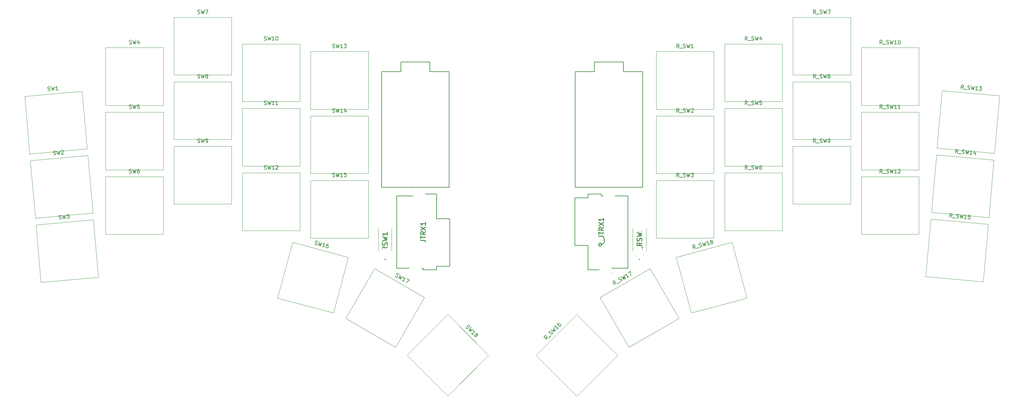
<source format=gto>
%TF.GenerationSoftware,KiCad,Pcbnew,5.1.9+dfsg1-1+deb11u1*%
%TF.CreationDate,2024-10-07T21:35:42-04:00*%
%TF.ProjectId,mu-kb,6d752d6b-622e-46b6-9963-61645f706362,rev?*%
%TF.SameCoordinates,Original*%
%TF.FileFunction,Legend,Top*%
%TF.FilePolarity,Positive*%
%FSLAX46Y46*%
G04 Gerber Fmt 4.6, Leading zero omitted, Abs format (unit mm)*
G04 Created by KiCad (PCBNEW 5.1.9+dfsg1-1+deb11u1) date 2024-10-07 21:35:42*
%MOMM*%
%LPD*%
G01*
G04 APERTURE LIST*
%ADD10C,0.100000*%
%ADD11C,0.200000*%
%ADD12C,0.120000*%
%ADD13C,0.150000*%
%ADD14C,0.254000*%
%ADD15C,2.400000*%
%ADD16C,1.300000*%
%ADD17R,1.300000X1.300000*%
%ADD18R,1.500000X2.300000*%
%ADD19C,3.050000*%
%ADD20C,3.400000*%
%ADD21C,1.900000*%
%ADD22R,1.600000X1.600000*%
%ADD23C,1.600000*%
G04 APERTURE END LIST*
D10*
%TO.C,R_JTRX1*%
X173500000Y-117800000D02*
X173500000Y-117800000D01*
X173500000Y-117700000D02*
X173500000Y-117700000D01*
D11*
X177460000Y-116500000D02*
X173100000Y-116500000D01*
X177460000Y-97500000D02*
X177460000Y-116500000D01*
X174100000Y-97500000D02*
X177460000Y-97500000D01*
X170460000Y-97500000D02*
X170900000Y-97500000D01*
X170460000Y-97000000D02*
X170460000Y-97500000D01*
X166960000Y-97000000D02*
X170460000Y-97000000D01*
X166960000Y-98000000D02*
X166960000Y-97000000D01*
X163460000Y-98000000D02*
X166960000Y-98000000D01*
X163460000Y-110500000D02*
X163460000Y-98000000D01*
X166960000Y-110500000D02*
X163460000Y-110500000D01*
X166960000Y-117000000D02*
X166960000Y-110500000D01*
X169900000Y-117000000D02*
X166960000Y-117000000D01*
D10*
X173500000Y-117700000D02*
G75*
G02*
X173500000Y-117800000I0J-50000D01*
G01*
X173500000Y-117800000D02*
G75*
G02*
X173500000Y-117700000I0J50000D01*
G01*
%TO.C,JTRX1*%
X120500000Y-96200000D02*
X120500000Y-96200000D01*
X120500000Y-96300000D02*
X120500000Y-96300000D01*
D11*
X116540000Y-97500000D02*
X120900000Y-97500000D01*
X116540000Y-116500000D02*
X116540000Y-97500000D01*
X119900000Y-116500000D02*
X116540000Y-116500000D01*
X123540000Y-116500000D02*
X123100000Y-116500000D01*
X123540000Y-117000000D02*
X123540000Y-116500000D01*
X127040000Y-117000000D02*
X123540000Y-117000000D01*
X127040000Y-116000000D02*
X127040000Y-117000000D01*
X130540000Y-116000000D02*
X127040000Y-116000000D01*
X130540000Y-103500000D02*
X130540000Y-116000000D01*
X127040000Y-103500000D02*
X130540000Y-103500000D01*
X127040000Y-97000000D02*
X127040000Y-103500000D01*
X124100000Y-97000000D02*
X127040000Y-97000000D01*
D10*
X120500000Y-96300000D02*
G75*
G02*
X120500000Y-96200000I0J50000D01*
G01*
X120500000Y-96200000D02*
G75*
G02*
X120500000Y-96300000I0J-50000D01*
G01*
D11*
%TO.C,R_RSW1*%
X180500000Y-114100000D02*
X180500000Y-114100000D01*
X180500000Y-114300000D02*
X180500000Y-114300000D01*
D10*
X178750000Y-112000000D02*
X178750000Y-106000000D01*
X182250000Y-112000000D02*
X182250000Y-106000000D01*
D11*
X180500000Y-114300000D02*
G75*
G02*
X180500000Y-114100000I0J100000D01*
G01*
X180500000Y-114100000D02*
G75*
G02*
X180500000Y-114300000I0J-100000D01*
G01*
D12*
%TO.C,R_SW1*%
X184900000Y-59400000D02*
X184900000Y-74600000D01*
X184900000Y-74600000D02*
X200100000Y-74600000D01*
X200100000Y-74600000D02*
X200100000Y-59400000D01*
X200100000Y-59400000D02*
X184900000Y-59400000D01*
%TO.C,R_SW2*%
X184900000Y-76400000D02*
X184900000Y-91600000D01*
X184900000Y-91600000D02*
X200100000Y-91600000D01*
X200100000Y-91600000D02*
X200100000Y-76400000D01*
X200100000Y-76400000D02*
X184900000Y-76400000D01*
%TO.C,R_SW3*%
X200100000Y-93400000D02*
X184900000Y-93400000D01*
X200100000Y-108600000D02*
X200100000Y-93400000D01*
X184900000Y-108600000D02*
X200100000Y-108600000D01*
X184900000Y-93400000D02*
X184900000Y-108600000D01*
%TO.C,R_SW4*%
X202900000Y-57400000D02*
X202900000Y-72600000D01*
X202900000Y-72600000D02*
X218100000Y-72600000D01*
X218100000Y-72600000D02*
X218100000Y-57400000D01*
X218100000Y-57400000D02*
X202900000Y-57400000D01*
%TO.C,R_SW5*%
X218100000Y-74400000D02*
X202900000Y-74400000D01*
X218100000Y-89600000D02*
X218100000Y-74400000D01*
X202900000Y-89600000D02*
X218100000Y-89600000D01*
X202900000Y-74400000D02*
X202900000Y-89600000D01*
%TO.C,R_SW6*%
X202900000Y-91400000D02*
X202900000Y-106600000D01*
X202900000Y-106600000D02*
X218100000Y-106600000D01*
X218100000Y-106600000D02*
X218100000Y-91400000D01*
X218100000Y-91400000D02*
X202900000Y-91400000D01*
%TO.C,R_SW7*%
X220900000Y-50400000D02*
X220900000Y-65600000D01*
X220900000Y-65600000D02*
X236100000Y-65600000D01*
X236100000Y-65600000D02*
X236100000Y-50400000D01*
X236100000Y-50400000D02*
X220900000Y-50400000D01*
%TO.C,R_SW8*%
X236100000Y-67400000D02*
X220900000Y-67400000D01*
X236100000Y-82600000D02*
X236100000Y-67400000D01*
X220900000Y-82600000D02*
X236100000Y-82600000D01*
X220900000Y-67400000D02*
X220900000Y-82600000D01*
%TO.C,R_SW9*%
X220900000Y-84400000D02*
X220900000Y-99600000D01*
X220900000Y-99600000D02*
X236100000Y-99600000D01*
X236100000Y-99600000D02*
X236100000Y-84400000D01*
X236100000Y-84400000D02*
X220900000Y-84400000D01*
%TO.C,R_SW10*%
X238900000Y-58400000D02*
X238900000Y-73600000D01*
X238900000Y-73600000D02*
X254100000Y-73600000D01*
X254100000Y-73600000D02*
X254100000Y-58400000D01*
X254100000Y-58400000D02*
X238900000Y-58400000D01*
%TO.C,R_SW11*%
X254100000Y-75400000D02*
X238900000Y-75400000D01*
X254100000Y-90600000D02*
X254100000Y-75400000D01*
X238900000Y-90600000D02*
X254100000Y-90600000D01*
X238900000Y-75400000D02*
X238900000Y-90600000D01*
%TO.C,R_SW12*%
X238900000Y-92400000D02*
X238900000Y-107600000D01*
X238900000Y-107600000D02*
X254100000Y-107600000D01*
X254100000Y-107600000D02*
X254100000Y-92400000D01*
X254100000Y-92400000D02*
X238900000Y-92400000D01*
%TO.C,R_SW13*%
X275324799Y-71069095D02*
X260182640Y-69744328D01*
X274000032Y-86211254D02*
X275324799Y-71069095D01*
X258857873Y-84886487D02*
X274000032Y-86211254D01*
X260182640Y-69744328D02*
X258857873Y-84886487D01*
%TO.C,R_SW14*%
X258700992Y-86679638D02*
X257376225Y-101821797D01*
X257376225Y-101821797D02*
X272518384Y-103146564D01*
X272518384Y-103146564D02*
X273843151Y-88004405D01*
X273843151Y-88004405D02*
X258700992Y-86679638D01*
%TO.C,R_SW15*%
X272361504Y-104939715D02*
X257219345Y-103614948D01*
X271036737Y-120081874D02*
X272361504Y-104939715D01*
X255894578Y-118757107D02*
X271036737Y-120081874D01*
X257219345Y-103614948D02*
X255894578Y-118757107D01*
%TO.C,R_SW16*%
X153251977Y-139500000D02*
X164000000Y-150248023D01*
X164000000Y-150248023D02*
X174748023Y-139500000D01*
X174748023Y-139500000D02*
X164000000Y-128751977D01*
X164000000Y-128751977D02*
X153251977Y-139500000D01*
%TO.C,R_SW17*%
X183281793Y-116618207D02*
X170118207Y-124218207D01*
X190881793Y-129781793D02*
X183281793Y-116618207D01*
X177718207Y-137381793D02*
X190881793Y-129781793D01*
X170118207Y-124218207D02*
X177718207Y-137381793D01*
%TO.C,R_SW18*%
X190191939Y-113625988D02*
X194125988Y-128308061D01*
X194125988Y-128308061D02*
X208808061Y-124374012D01*
X208808061Y-124374012D02*
X204874012Y-109691939D01*
X204874012Y-109691939D02*
X190191939Y-113625988D01*
D13*
%TO.C,R_U1*%
X163610000Y-64760000D02*
X163610000Y-95240000D01*
X163610000Y-64760000D02*
X168690000Y-64760000D01*
X168690000Y-64760000D02*
X168690000Y-62220000D01*
X168690000Y-62220000D02*
X176310000Y-62220000D01*
X176310000Y-62220000D02*
X176310000Y-64760000D01*
X176310000Y-64760000D02*
X181390000Y-64760000D01*
X181390000Y-64760000D02*
X181390000Y-95240000D01*
X181390000Y-95240000D02*
X163610000Y-95240000D01*
D11*
%TO.C,RSW1*%
X113500000Y-114100000D02*
X113500000Y-114100000D01*
X113500000Y-114300000D02*
X113500000Y-114300000D01*
D10*
X111750000Y-112000000D02*
X111750000Y-106000000D01*
X115250000Y-112000000D02*
X115250000Y-106000000D01*
D11*
X113500000Y-114300000D02*
G75*
G02*
X113500000Y-114100000I0J100000D01*
G01*
X113500000Y-114100000D02*
G75*
G02*
X113500000Y-114300000I0J-100000D01*
G01*
D12*
%TO.C,SW1*%
X33724971Y-69918640D02*
X18582812Y-71243407D01*
X35049738Y-85060799D02*
X33724971Y-69918640D01*
X19907579Y-86385566D02*
X35049738Y-85060799D01*
X18582812Y-71243407D02*
X19907579Y-86385566D01*
%TO.C,SW2*%
X35206618Y-86853950D02*
X20064459Y-88178717D01*
X36531385Y-101996109D02*
X35206618Y-86853950D01*
X21389226Y-103320876D02*
X36531385Y-101996109D01*
X20064459Y-88178717D02*
X21389226Y-103320876D01*
%TO.C,SW3*%
X21546107Y-105114026D02*
X22870874Y-120256185D01*
X22870874Y-120256185D02*
X38013033Y-118931418D01*
X38013033Y-118931418D02*
X36688266Y-103789259D01*
X36688266Y-103789259D02*
X21546107Y-105114026D01*
%TO.C,SW4*%
X55100000Y-58400000D02*
X39900000Y-58400000D01*
X55100000Y-73600000D02*
X55100000Y-58400000D01*
X39900000Y-73600000D02*
X55100000Y-73600000D01*
X39900000Y-58400000D02*
X39900000Y-73600000D01*
%TO.C,SW5*%
X39900000Y-75400000D02*
X39900000Y-90600000D01*
X39900000Y-90600000D02*
X55100000Y-90600000D01*
X55100000Y-90600000D02*
X55100000Y-75400000D01*
X55100000Y-75400000D02*
X39900000Y-75400000D01*
%TO.C,SW6*%
X55100000Y-92400000D02*
X39900000Y-92400000D01*
X55100000Y-107600000D02*
X55100000Y-92400000D01*
X39900000Y-107600000D02*
X55100000Y-107600000D01*
X39900000Y-92400000D02*
X39900000Y-107600000D01*
%TO.C,SW7*%
X57900000Y-50400000D02*
X57900000Y-65600000D01*
X57900000Y-65600000D02*
X73100000Y-65600000D01*
X73100000Y-65600000D02*
X73100000Y-50400000D01*
X73100000Y-50400000D02*
X57900000Y-50400000D01*
%TO.C,SW8*%
X73100000Y-67400000D02*
X57900000Y-67400000D01*
X73100000Y-82600000D02*
X73100000Y-67400000D01*
X57900000Y-82600000D02*
X73100000Y-82600000D01*
X57900000Y-67400000D02*
X57900000Y-82600000D01*
%TO.C,SW9*%
X73100000Y-84400000D02*
X57900000Y-84400000D01*
X73100000Y-99600000D02*
X73100000Y-84400000D01*
X57900000Y-99600000D02*
X73100000Y-99600000D01*
X57900000Y-84400000D02*
X57900000Y-99600000D01*
%TO.C,SW10*%
X91100000Y-57400000D02*
X75900000Y-57400000D01*
X91100000Y-72600000D02*
X91100000Y-57400000D01*
X75900000Y-72600000D02*
X91100000Y-72600000D01*
X75900000Y-57400000D02*
X75900000Y-72600000D01*
%TO.C,SW11*%
X75900000Y-74400000D02*
X75900000Y-89600000D01*
X75900000Y-89600000D02*
X91100000Y-89600000D01*
X91100000Y-89600000D02*
X91100000Y-74400000D01*
X91100000Y-74400000D02*
X75900000Y-74400000D01*
%TO.C,SW12*%
X75900000Y-91400000D02*
X75900000Y-106600000D01*
X75900000Y-106600000D02*
X91100000Y-106600000D01*
X91100000Y-106600000D02*
X91100000Y-91400000D01*
X91100000Y-91400000D02*
X75900000Y-91400000D01*
%TO.C,SW13*%
X93900000Y-59400000D02*
X93900000Y-74600000D01*
X93900000Y-74600000D02*
X109100000Y-74600000D01*
X109100000Y-74600000D02*
X109100000Y-59400000D01*
X109100000Y-59400000D02*
X93900000Y-59400000D01*
%TO.C,SW14*%
X109100000Y-76400000D02*
X93900000Y-76400000D01*
X109100000Y-91600000D02*
X109100000Y-76400000D01*
X93900000Y-91600000D02*
X109100000Y-91600000D01*
X93900000Y-76400000D02*
X93900000Y-91600000D01*
%TO.C,SW15*%
X93900000Y-93400000D02*
X93900000Y-108600000D01*
X93900000Y-108600000D02*
X109100000Y-108600000D01*
X109100000Y-108600000D02*
X109100000Y-93400000D01*
X109100000Y-93400000D02*
X93900000Y-93400000D01*
%TO.C,SW16*%
X103808061Y-113625988D02*
X89125988Y-109691939D01*
X99874012Y-128308061D02*
X103808061Y-113625988D01*
X85191939Y-124374012D02*
X99874012Y-128308061D01*
X89125988Y-109691939D02*
X85191939Y-124374012D01*
%TO.C,SW17*%
X110718207Y-116618207D02*
X103118207Y-129781793D01*
X103118207Y-129781793D02*
X116281793Y-137381793D01*
X116281793Y-137381793D02*
X123881793Y-124218207D01*
X123881793Y-124218207D02*
X110718207Y-116618207D01*
%TO.C,SW18*%
X140748023Y-139500000D02*
X130000000Y-128751977D01*
X130000000Y-150248023D02*
X140748023Y-139500000D01*
X119251977Y-139500000D02*
X130000000Y-150248023D01*
X130000000Y-128751977D02*
X119251977Y-139500000D01*
D13*
%TO.C,U1*%
X130390000Y-95240000D02*
X112610000Y-95240000D01*
X130390000Y-64760000D02*
X130390000Y-95240000D01*
X125310000Y-64760000D02*
X130390000Y-64760000D01*
X125310000Y-62220000D02*
X125310000Y-64760000D01*
X117690000Y-62220000D02*
X125310000Y-62220000D01*
X117690000Y-64760000D02*
X117690000Y-62220000D01*
X112610000Y-64760000D02*
X117690000Y-64760000D01*
X112610000Y-64760000D02*
X112610000Y-95240000D01*
%TO.C,R_JTRX1*%
D14*
X171034523Y-109902857D02*
X170429761Y-110326190D01*
X171034523Y-110628571D02*
X169764523Y-110628571D01*
X169764523Y-110144761D01*
X169825000Y-110023809D01*
X169885476Y-109963333D01*
X170006428Y-109902857D01*
X170187857Y-109902857D01*
X170308809Y-109963333D01*
X170369285Y-110023809D01*
X170429761Y-110144761D01*
X170429761Y-110628571D01*
X171155476Y-109660952D02*
X171155476Y-108693333D01*
X169764523Y-108028095D02*
X170671666Y-108028095D01*
X170853095Y-108088571D01*
X170974047Y-108209523D01*
X171034523Y-108390952D01*
X171034523Y-108511904D01*
X169764523Y-107604761D02*
X169764523Y-106879047D01*
X171034523Y-107241904D02*
X169764523Y-107241904D01*
X171034523Y-105730000D02*
X170429761Y-106153333D01*
X171034523Y-106455714D02*
X169764523Y-106455714D01*
X169764523Y-105971904D01*
X169825000Y-105850952D01*
X169885476Y-105790476D01*
X170006428Y-105730000D01*
X170187857Y-105730000D01*
X170308809Y-105790476D01*
X170369285Y-105850952D01*
X170429761Y-105971904D01*
X170429761Y-106455714D01*
X169764523Y-105306666D02*
X171034523Y-104460000D01*
X169764523Y-104460000D02*
X171034523Y-105306666D01*
X171034523Y-103310952D02*
X171034523Y-104036666D01*
X171034523Y-103673809D02*
X169764523Y-103673809D01*
X169945952Y-103794761D01*
X170066904Y-103915714D01*
X170127380Y-104036666D01*
%TO.C,JTRX1*%
X122844523Y-109146904D02*
X123751666Y-109146904D01*
X123933095Y-109207380D01*
X124054047Y-109328333D01*
X124114523Y-109509761D01*
X124114523Y-109630714D01*
X122844523Y-108723571D02*
X122844523Y-107997857D01*
X124114523Y-108360714D02*
X122844523Y-108360714D01*
X124114523Y-106848809D02*
X123509761Y-107272142D01*
X124114523Y-107574523D02*
X122844523Y-107574523D01*
X122844523Y-107090714D01*
X122905000Y-106969761D01*
X122965476Y-106909285D01*
X123086428Y-106848809D01*
X123267857Y-106848809D01*
X123388809Y-106909285D01*
X123449285Y-106969761D01*
X123509761Y-107090714D01*
X123509761Y-107574523D01*
X122844523Y-106425476D02*
X124114523Y-105578809D01*
X122844523Y-105578809D02*
X124114523Y-106425476D01*
X124114523Y-104429761D02*
X124114523Y-105155476D01*
X124114523Y-104792619D02*
X122844523Y-104792619D01*
X123025952Y-104913571D01*
X123146904Y-105034523D01*
X123207380Y-105155476D01*
%TO.C,R_RSW1*%
X181074523Y-112060952D02*
X180469761Y-112484285D01*
X181074523Y-112786666D02*
X179804523Y-112786666D01*
X179804523Y-112302857D01*
X179865000Y-112181904D01*
X179925476Y-112121428D01*
X180046428Y-112060952D01*
X180227857Y-112060952D01*
X180348809Y-112121428D01*
X180409285Y-112181904D01*
X180469761Y-112302857D01*
X180469761Y-112786666D01*
X181195476Y-111819047D02*
X181195476Y-110851428D01*
X181074523Y-109823333D02*
X180469761Y-110246666D01*
X181074523Y-110549047D02*
X179804523Y-110549047D01*
X179804523Y-110065238D01*
X179865000Y-109944285D01*
X179925476Y-109883809D01*
X180046428Y-109823333D01*
X180227857Y-109823333D01*
X180348809Y-109883809D01*
X180409285Y-109944285D01*
X180469761Y-110065238D01*
X180469761Y-110549047D01*
X181014047Y-109339523D02*
X181074523Y-109158095D01*
X181074523Y-108855714D01*
X181014047Y-108734761D01*
X180953571Y-108674285D01*
X180832619Y-108613809D01*
X180711666Y-108613809D01*
X180590714Y-108674285D01*
X180530238Y-108734761D01*
X180469761Y-108855714D01*
X180409285Y-109097619D01*
X180348809Y-109218571D01*
X180288333Y-109279047D01*
X180167380Y-109339523D01*
X180046428Y-109339523D01*
X179925476Y-109279047D01*
X179865000Y-109218571D01*
X179804523Y-109097619D01*
X179804523Y-108795238D01*
X179865000Y-108613809D01*
X179804523Y-108190476D02*
X181074523Y-107888095D01*
X180167380Y-107646190D01*
X181074523Y-107404285D01*
X179804523Y-107101904D01*
X181074523Y-105952857D02*
X181074523Y-106678571D01*
X181074523Y-106315714D02*
X179804523Y-106315714D01*
X179985952Y-106436666D01*
X180106904Y-106557619D01*
X180167380Y-106678571D01*
%TO.C,R_SW1*%
D13*
X190904761Y-58452380D02*
X190571428Y-57976190D01*
X190333333Y-58452380D02*
X190333333Y-57452380D01*
X190714285Y-57452380D01*
X190809523Y-57500000D01*
X190857142Y-57547619D01*
X190904761Y-57642857D01*
X190904761Y-57785714D01*
X190857142Y-57880952D01*
X190809523Y-57928571D01*
X190714285Y-57976190D01*
X190333333Y-57976190D01*
X191095238Y-58547619D02*
X191857142Y-58547619D01*
X192047619Y-58404761D02*
X192190476Y-58452380D01*
X192428571Y-58452380D01*
X192523809Y-58404761D01*
X192571428Y-58357142D01*
X192619047Y-58261904D01*
X192619047Y-58166666D01*
X192571428Y-58071428D01*
X192523809Y-58023809D01*
X192428571Y-57976190D01*
X192238095Y-57928571D01*
X192142857Y-57880952D01*
X192095238Y-57833333D01*
X192047619Y-57738095D01*
X192047619Y-57642857D01*
X192095238Y-57547619D01*
X192142857Y-57500000D01*
X192238095Y-57452380D01*
X192476190Y-57452380D01*
X192619047Y-57500000D01*
X192952380Y-57452380D02*
X193190476Y-58452380D01*
X193380952Y-57738095D01*
X193571428Y-58452380D01*
X193809523Y-57452380D01*
X194714285Y-58452380D02*
X194142857Y-58452380D01*
X194428571Y-58452380D02*
X194428571Y-57452380D01*
X194333333Y-57595238D01*
X194238095Y-57690476D01*
X194142857Y-57738095D01*
%TO.C,R_SW2*%
X190904761Y-75452380D02*
X190571428Y-74976190D01*
X190333333Y-75452380D02*
X190333333Y-74452380D01*
X190714285Y-74452380D01*
X190809523Y-74500000D01*
X190857142Y-74547619D01*
X190904761Y-74642857D01*
X190904761Y-74785714D01*
X190857142Y-74880952D01*
X190809523Y-74928571D01*
X190714285Y-74976190D01*
X190333333Y-74976190D01*
X191095238Y-75547619D02*
X191857142Y-75547619D01*
X192047619Y-75404761D02*
X192190476Y-75452380D01*
X192428571Y-75452380D01*
X192523809Y-75404761D01*
X192571428Y-75357142D01*
X192619047Y-75261904D01*
X192619047Y-75166666D01*
X192571428Y-75071428D01*
X192523809Y-75023809D01*
X192428571Y-74976190D01*
X192238095Y-74928571D01*
X192142857Y-74880952D01*
X192095238Y-74833333D01*
X192047619Y-74738095D01*
X192047619Y-74642857D01*
X192095238Y-74547619D01*
X192142857Y-74500000D01*
X192238095Y-74452380D01*
X192476190Y-74452380D01*
X192619047Y-74500000D01*
X192952380Y-74452380D02*
X193190476Y-75452380D01*
X193380952Y-74738095D01*
X193571428Y-75452380D01*
X193809523Y-74452380D01*
X194142857Y-74547619D02*
X194190476Y-74500000D01*
X194285714Y-74452380D01*
X194523809Y-74452380D01*
X194619047Y-74500000D01*
X194666666Y-74547619D01*
X194714285Y-74642857D01*
X194714285Y-74738095D01*
X194666666Y-74880952D01*
X194095238Y-75452380D01*
X194714285Y-75452380D01*
%TO.C,R_SW3*%
X190904761Y-92452380D02*
X190571428Y-91976190D01*
X190333333Y-92452380D02*
X190333333Y-91452380D01*
X190714285Y-91452380D01*
X190809523Y-91500000D01*
X190857142Y-91547619D01*
X190904761Y-91642857D01*
X190904761Y-91785714D01*
X190857142Y-91880952D01*
X190809523Y-91928571D01*
X190714285Y-91976190D01*
X190333333Y-91976190D01*
X191095238Y-92547619D02*
X191857142Y-92547619D01*
X192047619Y-92404761D02*
X192190476Y-92452380D01*
X192428571Y-92452380D01*
X192523809Y-92404761D01*
X192571428Y-92357142D01*
X192619047Y-92261904D01*
X192619047Y-92166666D01*
X192571428Y-92071428D01*
X192523809Y-92023809D01*
X192428571Y-91976190D01*
X192238095Y-91928571D01*
X192142857Y-91880952D01*
X192095238Y-91833333D01*
X192047619Y-91738095D01*
X192047619Y-91642857D01*
X192095238Y-91547619D01*
X192142857Y-91500000D01*
X192238095Y-91452380D01*
X192476190Y-91452380D01*
X192619047Y-91500000D01*
X192952380Y-91452380D02*
X193190476Y-92452380D01*
X193380952Y-91738095D01*
X193571428Y-92452380D01*
X193809523Y-91452380D01*
X194095238Y-91452380D02*
X194714285Y-91452380D01*
X194380952Y-91833333D01*
X194523809Y-91833333D01*
X194619047Y-91880952D01*
X194666666Y-91928571D01*
X194714285Y-92023809D01*
X194714285Y-92261904D01*
X194666666Y-92357142D01*
X194619047Y-92404761D01*
X194523809Y-92452380D01*
X194238095Y-92452380D01*
X194142857Y-92404761D01*
X194095238Y-92357142D01*
%TO.C,R_SW4*%
X208904761Y-56452380D02*
X208571428Y-55976190D01*
X208333333Y-56452380D02*
X208333333Y-55452380D01*
X208714285Y-55452380D01*
X208809523Y-55500000D01*
X208857142Y-55547619D01*
X208904761Y-55642857D01*
X208904761Y-55785714D01*
X208857142Y-55880952D01*
X208809523Y-55928571D01*
X208714285Y-55976190D01*
X208333333Y-55976190D01*
X209095238Y-56547619D02*
X209857142Y-56547619D01*
X210047619Y-56404761D02*
X210190476Y-56452380D01*
X210428571Y-56452380D01*
X210523809Y-56404761D01*
X210571428Y-56357142D01*
X210619047Y-56261904D01*
X210619047Y-56166666D01*
X210571428Y-56071428D01*
X210523809Y-56023809D01*
X210428571Y-55976190D01*
X210238095Y-55928571D01*
X210142857Y-55880952D01*
X210095238Y-55833333D01*
X210047619Y-55738095D01*
X210047619Y-55642857D01*
X210095238Y-55547619D01*
X210142857Y-55500000D01*
X210238095Y-55452380D01*
X210476190Y-55452380D01*
X210619047Y-55500000D01*
X210952380Y-55452380D02*
X211190476Y-56452380D01*
X211380952Y-55738095D01*
X211571428Y-56452380D01*
X211809523Y-55452380D01*
X212619047Y-55785714D02*
X212619047Y-56452380D01*
X212380952Y-55404761D02*
X212142857Y-56119047D01*
X212761904Y-56119047D01*
%TO.C,R_SW5*%
X208904761Y-73452380D02*
X208571428Y-72976190D01*
X208333333Y-73452380D02*
X208333333Y-72452380D01*
X208714285Y-72452380D01*
X208809523Y-72500000D01*
X208857142Y-72547619D01*
X208904761Y-72642857D01*
X208904761Y-72785714D01*
X208857142Y-72880952D01*
X208809523Y-72928571D01*
X208714285Y-72976190D01*
X208333333Y-72976190D01*
X209095238Y-73547619D02*
X209857142Y-73547619D01*
X210047619Y-73404761D02*
X210190476Y-73452380D01*
X210428571Y-73452380D01*
X210523809Y-73404761D01*
X210571428Y-73357142D01*
X210619047Y-73261904D01*
X210619047Y-73166666D01*
X210571428Y-73071428D01*
X210523809Y-73023809D01*
X210428571Y-72976190D01*
X210238095Y-72928571D01*
X210142857Y-72880952D01*
X210095238Y-72833333D01*
X210047619Y-72738095D01*
X210047619Y-72642857D01*
X210095238Y-72547619D01*
X210142857Y-72500000D01*
X210238095Y-72452380D01*
X210476190Y-72452380D01*
X210619047Y-72500000D01*
X210952380Y-72452380D02*
X211190476Y-73452380D01*
X211380952Y-72738095D01*
X211571428Y-73452380D01*
X211809523Y-72452380D01*
X212666666Y-72452380D02*
X212190476Y-72452380D01*
X212142857Y-72928571D01*
X212190476Y-72880952D01*
X212285714Y-72833333D01*
X212523809Y-72833333D01*
X212619047Y-72880952D01*
X212666666Y-72928571D01*
X212714285Y-73023809D01*
X212714285Y-73261904D01*
X212666666Y-73357142D01*
X212619047Y-73404761D01*
X212523809Y-73452380D01*
X212285714Y-73452380D01*
X212190476Y-73404761D01*
X212142857Y-73357142D01*
%TO.C,R_SW6*%
X208904761Y-90452380D02*
X208571428Y-89976190D01*
X208333333Y-90452380D02*
X208333333Y-89452380D01*
X208714285Y-89452380D01*
X208809523Y-89500000D01*
X208857142Y-89547619D01*
X208904761Y-89642857D01*
X208904761Y-89785714D01*
X208857142Y-89880952D01*
X208809523Y-89928571D01*
X208714285Y-89976190D01*
X208333333Y-89976190D01*
X209095238Y-90547619D02*
X209857142Y-90547619D01*
X210047619Y-90404761D02*
X210190476Y-90452380D01*
X210428571Y-90452380D01*
X210523809Y-90404761D01*
X210571428Y-90357142D01*
X210619047Y-90261904D01*
X210619047Y-90166666D01*
X210571428Y-90071428D01*
X210523809Y-90023809D01*
X210428571Y-89976190D01*
X210238095Y-89928571D01*
X210142857Y-89880952D01*
X210095238Y-89833333D01*
X210047619Y-89738095D01*
X210047619Y-89642857D01*
X210095238Y-89547619D01*
X210142857Y-89500000D01*
X210238095Y-89452380D01*
X210476190Y-89452380D01*
X210619047Y-89500000D01*
X210952380Y-89452380D02*
X211190476Y-90452380D01*
X211380952Y-89738095D01*
X211571428Y-90452380D01*
X211809523Y-89452380D01*
X212619047Y-89452380D02*
X212428571Y-89452380D01*
X212333333Y-89500000D01*
X212285714Y-89547619D01*
X212190476Y-89690476D01*
X212142857Y-89880952D01*
X212142857Y-90261904D01*
X212190476Y-90357142D01*
X212238095Y-90404761D01*
X212333333Y-90452380D01*
X212523809Y-90452380D01*
X212619047Y-90404761D01*
X212666666Y-90357142D01*
X212714285Y-90261904D01*
X212714285Y-90023809D01*
X212666666Y-89928571D01*
X212619047Y-89880952D01*
X212523809Y-89833333D01*
X212333333Y-89833333D01*
X212238095Y-89880952D01*
X212190476Y-89928571D01*
X212142857Y-90023809D01*
%TO.C,R_SW7*%
X226904761Y-49452380D02*
X226571428Y-48976190D01*
X226333333Y-49452380D02*
X226333333Y-48452380D01*
X226714285Y-48452380D01*
X226809523Y-48500000D01*
X226857142Y-48547619D01*
X226904761Y-48642857D01*
X226904761Y-48785714D01*
X226857142Y-48880952D01*
X226809523Y-48928571D01*
X226714285Y-48976190D01*
X226333333Y-48976190D01*
X227095238Y-49547619D02*
X227857142Y-49547619D01*
X228047619Y-49404761D02*
X228190476Y-49452380D01*
X228428571Y-49452380D01*
X228523809Y-49404761D01*
X228571428Y-49357142D01*
X228619047Y-49261904D01*
X228619047Y-49166666D01*
X228571428Y-49071428D01*
X228523809Y-49023809D01*
X228428571Y-48976190D01*
X228238095Y-48928571D01*
X228142857Y-48880952D01*
X228095238Y-48833333D01*
X228047619Y-48738095D01*
X228047619Y-48642857D01*
X228095238Y-48547619D01*
X228142857Y-48500000D01*
X228238095Y-48452380D01*
X228476190Y-48452380D01*
X228619047Y-48500000D01*
X228952380Y-48452380D02*
X229190476Y-49452380D01*
X229380952Y-48738095D01*
X229571428Y-49452380D01*
X229809523Y-48452380D01*
X230095238Y-48452380D02*
X230761904Y-48452380D01*
X230333333Y-49452380D01*
%TO.C,R_SW8*%
X226904761Y-66452380D02*
X226571428Y-65976190D01*
X226333333Y-66452380D02*
X226333333Y-65452380D01*
X226714285Y-65452380D01*
X226809523Y-65500000D01*
X226857142Y-65547619D01*
X226904761Y-65642857D01*
X226904761Y-65785714D01*
X226857142Y-65880952D01*
X226809523Y-65928571D01*
X226714285Y-65976190D01*
X226333333Y-65976190D01*
X227095238Y-66547619D02*
X227857142Y-66547619D01*
X228047619Y-66404761D02*
X228190476Y-66452380D01*
X228428571Y-66452380D01*
X228523809Y-66404761D01*
X228571428Y-66357142D01*
X228619047Y-66261904D01*
X228619047Y-66166666D01*
X228571428Y-66071428D01*
X228523809Y-66023809D01*
X228428571Y-65976190D01*
X228238095Y-65928571D01*
X228142857Y-65880952D01*
X228095238Y-65833333D01*
X228047619Y-65738095D01*
X228047619Y-65642857D01*
X228095238Y-65547619D01*
X228142857Y-65500000D01*
X228238095Y-65452380D01*
X228476190Y-65452380D01*
X228619047Y-65500000D01*
X228952380Y-65452380D02*
X229190476Y-66452380D01*
X229380952Y-65738095D01*
X229571428Y-66452380D01*
X229809523Y-65452380D01*
X230333333Y-65880952D02*
X230238095Y-65833333D01*
X230190476Y-65785714D01*
X230142857Y-65690476D01*
X230142857Y-65642857D01*
X230190476Y-65547619D01*
X230238095Y-65500000D01*
X230333333Y-65452380D01*
X230523809Y-65452380D01*
X230619047Y-65500000D01*
X230666666Y-65547619D01*
X230714285Y-65642857D01*
X230714285Y-65690476D01*
X230666666Y-65785714D01*
X230619047Y-65833333D01*
X230523809Y-65880952D01*
X230333333Y-65880952D01*
X230238095Y-65928571D01*
X230190476Y-65976190D01*
X230142857Y-66071428D01*
X230142857Y-66261904D01*
X230190476Y-66357142D01*
X230238095Y-66404761D01*
X230333333Y-66452380D01*
X230523809Y-66452380D01*
X230619047Y-66404761D01*
X230666666Y-66357142D01*
X230714285Y-66261904D01*
X230714285Y-66071428D01*
X230666666Y-65976190D01*
X230619047Y-65928571D01*
X230523809Y-65880952D01*
%TO.C,R_SW9*%
X226904761Y-83452380D02*
X226571428Y-82976190D01*
X226333333Y-83452380D02*
X226333333Y-82452380D01*
X226714285Y-82452380D01*
X226809523Y-82500000D01*
X226857142Y-82547619D01*
X226904761Y-82642857D01*
X226904761Y-82785714D01*
X226857142Y-82880952D01*
X226809523Y-82928571D01*
X226714285Y-82976190D01*
X226333333Y-82976190D01*
X227095238Y-83547619D02*
X227857142Y-83547619D01*
X228047619Y-83404761D02*
X228190476Y-83452380D01*
X228428571Y-83452380D01*
X228523809Y-83404761D01*
X228571428Y-83357142D01*
X228619047Y-83261904D01*
X228619047Y-83166666D01*
X228571428Y-83071428D01*
X228523809Y-83023809D01*
X228428571Y-82976190D01*
X228238095Y-82928571D01*
X228142857Y-82880952D01*
X228095238Y-82833333D01*
X228047619Y-82738095D01*
X228047619Y-82642857D01*
X228095238Y-82547619D01*
X228142857Y-82500000D01*
X228238095Y-82452380D01*
X228476190Y-82452380D01*
X228619047Y-82500000D01*
X228952380Y-82452380D02*
X229190476Y-83452380D01*
X229380952Y-82738095D01*
X229571428Y-83452380D01*
X229809523Y-82452380D01*
X230238095Y-83452380D02*
X230428571Y-83452380D01*
X230523809Y-83404761D01*
X230571428Y-83357142D01*
X230666666Y-83214285D01*
X230714285Y-83023809D01*
X230714285Y-82642857D01*
X230666666Y-82547619D01*
X230619047Y-82500000D01*
X230523809Y-82452380D01*
X230333333Y-82452380D01*
X230238095Y-82500000D01*
X230190476Y-82547619D01*
X230142857Y-82642857D01*
X230142857Y-82880952D01*
X230190476Y-82976190D01*
X230238095Y-83023809D01*
X230333333Y-83071428D01*
X230523809Y-83071428D01*
X230619047Y-83023809D01*
X230666666Y-82976190D01*
X230714285Y-82880952D01*
%TO.C,R_SW10*%
X244428571Y-57452380D02*
X244095238Y-56976190D01*
X243857142Y-57452380D02*
X243857142Y-56452380D01*
X244238095Y-56452380D01*
X244333333Y-56500000D01*
X244380952Y-56547619D01*
X244428571Y-56642857D01*
X244428571Y-56785714D01*
X244380952Y-56880952D01*
X244333333Y-56928571D01*
X244238095Y-56976190D01*
X243857142Y-56976190D01*
X244619047Y-57547619D02*
X245380952Y-57547619D01*
X245571428Y-57404761D02*
X245714285Y-57452380D01*
X245952380Y-57452380D01*
X246047619Y-57404761D01*
X246095238Y-57357142D01*
X246142857Y-57261904D01*
X246142857Y-57166666D01*
X246095238Y-57071428D01*
X246047619Y-57023809D01*
X245952380Y-56976190D01*
X245761904Y-56928571D01*
X245666666Y-56880952D01*
X245619047Y-56833333D01*
X245571428Y-56738095D01*
X245571428Y-56642857D01*
X245619047Y-56547619D01*
X245666666Y-56500000D01*
X245761904Y-56452380D01*
X246000000Y-56452380D01*
X246142857Y-56500000D01*
X246476190Y-56452380D02*
X246714285Y-57452380D01*
X246904761Y-56738095D01*
X247095238Y-57452380D01*
X247333333Y-56452380D01*
X248238095Y-57452380D02*
X247666666Y-57452380D01*
X247952380Y-57452380D02*
X247952380Y-56452380D01*
X247857142Y-56595238D01*
X247761904Y-56690476D01*
X247666666Y-56738095D01*
X248857142Y-56452380D02*
X248952380Y-56452380D01*
X249047619Y-56500000D01*
X249095238Y-56547619D01*
X249142857Y-56642857D01*
X249190476Y-56833333D01*
X249190476Y-57071428D01*
X249142857Y-57261904D01*
X249095238Y-57357142D01*
X249047619Y-57404761D01*
X248952380Y-57452380D01*
X248857142Y-57452380D01*
X248761904Y-57404761D01*
X248714285Y-57357142D01*
X248666666Y-57261904D01*
X248619047Y-57071428D01*
X248619047Y-56833333D01*
X248666666Y-56642857D01*
X248714285Y-56547619D01*
X248761904Y-56500000D01*
X248857142Y-56452380D01*
%TO.C,R_SW11*%
X244428571Y-74452380D02*
X244095238Y-73976190D01*
X243857142Y-74452380D02*
X243857142Y-73452380D01*
X244238095Y-73452380D01*
X244333333Y-73500000D01*
X244380952Y-73547619D01*
X244428571Y-73642857D01*
X244428571Y-73785714D01*
X244380952Y-73880952D01*
X244333333Y-73928571D01*
X244238095Y-73976190D01*
X243857142Y-73976190D01*
X244619047Y-74547619D02*
X245380952Y-74547619D01*
X245571428Y-74404761D02*
X245714285Y-74452380D01*
X245952380Y-74452380D01*
X246047619Y-74404761D01*
X246095238Y-74357142D01*
X246142857Y-74261904D01*
X246142857Y-74166666D01*
X246095238Y-74071428D01*
X246047619Y-74023809D01*
X245952380Y-73976190D01*
X245761904Y-73928571D01*
X245666666Y-73880952D01*
X245619047Y-73833333D01*
X245571428Y-73738095D01*
X245571428Y-73642857D01*
X245619047Y-73547619D01*
X245666666Y-73500000D01*
X245761904Y-73452380D01*
X246000000Y-73452380D01*
X246142857Y-73500000D01*
X246476190Y-73452380D02*
X246714285Y-74452380D01*
X246904761Y-73738095D01*
X247095238Y-74452380D01*
X247333333Y-73452380D01*
X248238095Y-74452380D02*
X247666666Y-74452380D01*
X247952380Y-74452380D02*
X247952380Y-73452380D01*
X247857142Y-73595238D01*
X247761904Y-73690476D01*
X247666666Y-73738095D01*
X249190476Y-74452380D02*
X248619047Y-74452380D01*
X248904761Y-74452380D02*
X248904761Y-73452380D01*
X248809523Y-73595238D01*
X248714285Y-73690476D01*
X248619047Y-73738095D01*
%TO.C,R_SW12*%
X244428571Y-91452380D02*
X244095238Y-90976190D01*
X243857142Y-91452380D02*
X243857142Y-90452380D01*
X244238095Y-90452380D01*
X244333333Y-90500000D01*
X244380952Y-90547619D01*
X244428571Y-90642857D01*
X244428571Y-90785714D01*
X244380952Y-90880952D01*
X244333333Y-90928571D01*
X244238095Y-90976190D01*
X243857142Y-90976190D01*
X244619047Y-91547619D02*
X245380952Y-91547619D01*
X245571428Y-91404761D02*
X245714285Y-91452380D01*
X245952380Y-91452380D01*
X246047619Y-91404761D01*
X246095238Y-91357142D01*
X246142857Y-91261904D01*
X246142857Y-91166666D01*
X246095238Y-91071428D01*
X246047619Y-91023809D01*
X245952380Y-90976190D01*
X245761904Y-90928571D01*
X245666666Y-90880952D01*
X245619047Y-90833333D01*
X245571428Y-90738095D01*
X245571428Y-90642857D01*
X245619047Y-90547619D01*
X245666666Y-90500000D01*
X245761904Y-90452380D01*
X246000000Y-90452380D01*
X246142857Y-90500000D01*
X246476190Y-90452380D02*
X246714285Y-91452380D01*
X246904761Y-90738095D01*
X247095238Y-91452380D01*
X247333333Y-90452380D01*
X248238095Y-91452380D02*
X247666666Y-91452380D01*
X247952380Y-91452380D02*
X247952380Y-90452380D01*
X247857142Y-90595238D01*
X247761904Y-90690476D01*
X247666666Y-90738095D01*
X248619047Y-90547619D02*
X248666666Y-90500000D01*
X248761904Y-90452380D01*
X249000000Y-90452380D01*
X249095238Y-90500000D01*
X249142857Y-90547619D01*
X249190476Y-90642857D01*
X249190476Y-90738095D01*
X249142857Y-90880952D01*
X248571428Y-91452380D01*
X249190476Y-91452380D01*
%TO.C,R_SW13*%
X265772764Y-69282161D02*
X265482202Y-68778731D01*
X265203510Y-69232358D02*
X265290665Y-68236163D01*
X265670168Y-68269365D01*
X265760894Y-68325104D01*
X265804181Y-68376692D01*
X265843318Y-68475718D01*
X265830868Y-68618031D01*
X265775129Y-68708757D01*
X265723541Y-68752044D01*
X265624515Y-68791182D01*
X265245012Y-68757979D01*
X265954215Y-69393638D02*
X266713220Y-69460042D01*
X266915422Y-69334330D02*
X267053585Y-69394218D01*
X267290775Y-69414970D01*
X267389801Y-69375833D01*
X267441389Y-69332545D01*
X267497127Y-69241820D01*
X267505428Y-69146944D01*
X267466290Y-69047918D01*
X267423003Y-68996330D01*
X267332277Y-68940591D01*
X267146676Y-68876552D01*
X267055951Y-68820814D01*
X267012663Y-68769226D01*
X266973526Y-68670200D01*
X266981827Y-68575324D01*
X267037565Y-68484599D01*
X267089153Y-68441311D01*
X267188179Y-68402174D01*
X267425368Y-68422925D01*
X267563532Y-68482814D01*
X267899747Y-68464428D02*
X268049780Y-69481374D01*
X268301786Y-68786408D01*
X268429283Y-69514576D01*
X268753628Y-68539133D01*
X269567791Y-69614183D02*
X268998537Y-69564380D01*
X269283164Y-69589281D02*
X269370320Y-68593087D01*
X269262993Y-68727100D01*
X269159817Y-68813675D01*
X269060791Y-68852812D01*
X269987012Y-68647040D02*
X270603704Y-68700994D01*
X270238437Y-69051445D01*
X270380750Y-69063895D01*
X270471476Y-69119634D01*
X270514763Y-69171222D01*
X270553900Y-69270248D01*
X270533149Y-69507437D01*
X270477411Y-69598162D01*
X270425823Y-69641450D01*
X270326797Y-69680587D01*
X270042170Y-69655686D01*
X269951444Y-69599947D01*
X269908157Y-69548359D01*
%TO.C,R_SW14*%
X264291116Y-86217471D02*
X264000554Y-85714041D01*
X263721862Y-86167668D02*
X263809017Y-85171473D01*
X264188520Y-85204675D01*
X264279246Y-85260414D01*
X264322533Y-85312002D01*
X264361670Y-85411028D01*
X264349220Y-85553341D01*
X264293481Y-85644067D01*
X264241893Y-85687354D01*
X264142867Y-85726492D01*
X263763364Y-85693289D01*
X264472567Y-86328948D02*
X265231572Y-86395352D01*
X265433774Y-86269640D02*
X265571937Y-86329528D01*
X265809127Y-86350280D01*
X265908153Y-86311143D01*
X265959741Y-86267855D01*
X266015479Y-86177130D01*
X266023780Y-86082254D01*
X265984642Y-85983228D01*
X265941355Y-85931640D01*
X265850629Y-85875901D01*
X265665028Y-85811862D01*
X265574303Y-85756124D01*
X265531015Y-85704536D01*
X265491878Y-85605510D01*
X265500179Y-85510634D01*
X265555917Y-85419909D01*
X265607505Y-85376621D01*
X265706531Y-85337484D01*
X265943720Y-85358235D01*
X266081884Y-85418124D01*
X266418099Y-85399738D02*
X266568132Y-86416684D01*
X266820138Y-85721718D01*
X266947635Y-86449886D01*
X267271980Y-85474443D01*
X268086143Y-86549493D02*
X267516889Y-86499690D01*
X267801516Y-86524591D02*
X267888672Y-85528397D01*
X267781345Y-85662410D01*
X267678169Y-85748985D01*
X267579143Y-85788122D01*
X268998128Y-85960068D02*
X268940024Y-86624198D01*
X268794141Y-85559814D02*
X268494698Y-86250630D01*
X269111390Y-86304584D01*
%TO.C,R_SW15*%
X262809469Y-103152781D02*
X262518907Y-102649351D01*
X262240215Y-103102978D02*
X262327370Y-102106783D01*
X262706873Y-102139985D01*
X262797599Y-102195724D01*
X262840886Y-102247312D01*
X262880023Y-102346338D01*
X262867573Y-102488651D01*
X262811834Y-102579377D01*
X262760246Y-102622664D01*
X262661220Y-102661802D01*
X262281717Y-102628599D01*
X262990920Y-103264258D02*
X263749925Y-103330662D01*
X263952127Y-103204950D02*
X264090290Y-103264838D01*
X264327480Y-103285590D01*
X264426506Y-103246453D01*
X264478094Y-103203165D01*
X264533832Y-103112440D01*
X264542133Y-103017564D01*
X264502995Y-102918538D01*
X264459708Y-102866950D01*
X264368982Y-102811211D01*
X264183381Y-102747172D01*
X264092656Y-102691434D01*
X264049368Y-102639846D01*
X264010231Y-102540820D01*
X264018532Y-102445944D01*
X264074270Y-102355219D01*
X264125858Y-102311931D01*
X264224884Y-102272794D01*
X264462073Y-102293545D01*
X264600237Y-102353434D01*
X264936452Y-102335048D02*
X265086485Y-103351994D01*
X265338491Y-102657028D01*
X265465988Y-103385196D01*
X265790333Y-102409753D01*
X266604496Y-103484803D02*
X266035242Y-103435000D01*
X266319869Y-103459901D02*
X266407025Y-102463707D01*
X266299698Y-102597720D01*
X266196522Y-102684295D01*
X266097496Y-102723432D01*
X267592971Y-102567463D02*
X267118592Y-102525961D01*
X267029652Y-102996189D01*
X267081240Y-102952901D01*
X267180266Y-102913764D01*
X267417455Y-102934515D01*
X267508181Y-102990254D01*
X267551468Y-103041842D01*
X267590605Y-103140868D01*
X267569854Y-103378057D01*
X267514116Y-103468782D01*
X267462528Y-103512070D01*
X267363502Y-103551207D01*
X267126312Y-103530456D01*
X267035587Y-103474718D01*
X266992299Y-103423129D01*
%TO.C,R_SW16*%
X156491199Y-134920641D02*
X155918779Y-134819626D01*
X156087138Y-135324702D02*
X155380031Y-134617596D01*
X155649405Y-134348222D01*
X155750420Y-134314550D01*
X155817764Y-134314550D01*
X155918779Y-134348222D01*
X156019794Y-134449237D01*
X156053466Y-134550252D01*
X156053466Y-134617596D01*
X156019794Y-134718611D01*
X155750420Y-134987985D01*
X156693229Y-134853298D02*
X157231977Y-134314550D01*
X157265649Y-134078848D02*
X157400336Y-134011504D01*
X157568695Y-133843145D01*
X157602367Y-133742130D01*
X157602367Y-133674787D01*
X157568695Y-133573771D01*
X157501351Y-133506428D01*
X157400336Y-133472756D01*
X157332993Y-133472756D01*
X157231977Y-133506428D01*
X157063619Y-133607443D01*
X156962603Y-133641115D01*
X156895260Y-133641115D01*
X156794245Y-133607443D01*
X156726901Y-133540100D01*
X156693229Y-133439084D01*
X156693229Y-133371741D01*
X156726901Y-133270726D01*
X156895260Y-133102367D01*
X157029947Y-133035023D01*
X157231977Y-132765649D02*
X158107443Y-133304397D01*
X157737054Y-132664634D01*
X158376817Y-133035023D01*
X157838069Y-132159558D01*
X159184939Y-132226901D02*
X158780878Y-132630962D01*
X158982909Y-132428932D02*
X158275802Y-131721825D01*
X158309474Y-131890184D01*
X158309474Y-132024871D01*
X158275802Y-132125886D01*
X159083924Y-130913703D02*
X158949237Y-131048390D01*
X158915565Y-131149405D01*
X158915565Y-131216749D01*
X158949237Y-131385107D01*
X159050252Y-131553466D01*
X159319626Y-131822840D01*
X159420641Y-131856512D01*
X159487985Y-131856512D01*
X159589000Y-131822840D01*
X159723687Y-131688153D01*
X159757359Y-131587138D01*
X159757359Y-131519794D01*
X159723687Y-131418779D01*
X159555328Y-131250420D01*
X159454313Y-131216749D01*
X159386970Y-131216749D01*
X159285954Y-131250420D01*
X159151267Y-131385107D01*
X159117596Y-131486123D01*
X159117596Y-131553466D01*
X159151267Y-131654481D01*
%TO.C,R_SW17*%
X174432280Y-120633258D02*
X173905510Y-120387532D01*
X173937409Y-120918972D02*
X173437409Y-120052947D01*
X173767323Y-119862471D01*
X173873611Y-119856091D01*
X173938660Y-119873521D01*
X174027518Y-119932190D01*
X174098947Y-120055908D01*
X174105327Y-120162196D01*
X174087897Y-120227245D01*
X174029228Y-120316103D01*
X173699313Y-120506579D01*
X174644856Y-120620499D02*
X175304685Y-120239546D01*
X175398214Y-120020590D02*
X175545741Y-119990401D01*
X175751938Y-119871353D01*
X175810607Y-119782495D01*
X175828037Y-119717446D01*
X175821657Y-119611158D01*
X175774038Y-119528679D01*
X175685180Y-119470010D01*
X175620131Y-119452581D01*
X175513843Y-119458960D01*
X175325076Y-119512959D01*
X175218788Y-119519339D01*
X175153739Y-119501909D01*
X175064881Y-119443240D01*
X175017262Y-119360761D01*
X175010882Y-119254473D01*
X175028312Y-119189424D01*
X175086981Y-119100566D01*
X175293177Y-118981518D01*
X175440705Y-118951329D01*
X175705570Y-118743423D02*
X176411767Y-119490401D01*
X176219581Y-118776573D01*
X176741681Y-119299925D01*
X176447878Y-118314852D01*
X177731425Y-118728496D02*
X177236553Y-119014211D01*
X177483989Y-118871353D02*
X176983989Y-118005328D01*
X176972939Y-118176665D01*
X176938079Y-118306763D01*
X176879410Y-118395621D01*
X177520100Y-117695804D02*
X178097450Y-117362471D01*
X178226296Y-118442782D01*
%TO.C,R_SW18*%
X195286867Y-111279759D02*
X194841645Y-110906067D01*
X194734909Y-111427656D02*
X194476090Y-110461730D01*
X194844062Y-110363132D01*
X194948380Y-110384479D01*
X195006701Y-110418151D01*
X195077347Y-110497819D01*
X195114321Y-110635809D01*
X195092974Y-110740126D01*
X195059302Y-110798447D01*
X194979634Y-110869093D01*
X194611662Y-110967691D01*
X195495502Y-111322453D02*
X196231446Y-111125258D01*
X196378457Y-110937969D02*
X196528772Y-110946992D01*
X196758754Y-110885368D01*
X196838422Y-110814722D01*
X196872094Y-110756401D01*
X196893441Y-110652083D01*
X196868791Y-110560091D01*
X196798146Y-110480422D01*
X196739824Y-110446751D01*
X196635507Y-110425404D01*
X196439196Y-110428706D01*
X196334879Y-110407359D01*
X196276557Y-110373687D01*
X196205911Y-110294019D01*
X196181262Y-110202026D01*
X196202609Y-110097708D01*
X196236281Y-110039387D01*
X196315949Y-109968741D01*
X196545931Y-109907118D01*
X196696245Y-109916140D01*
X197005896Y-109783870D02*
X197494697Y-110688173D01*
X197493813Y-109948927D01*
X197862669Y-110589575D01*
X197833832Y-109562026D01*
X198966584Y-110293782D02*
X198414627Y-110441678D01*
X198690606Y-110367730D02*
X198431787Y-109401804D01*
X198376768Y-109564443D01*
X198309424Y-109681085D01*
X198229756Y-109751731D01*
X199370645Y-109593928D02*
X199266328Y-109572581D01*
X199208007Y-109538909D01*
X199137361Y-109459241D01*
X199125036Y-109413244D01*
X199146383Y-109308926D01*
X199180055Y-109250605D01*
X199259723Y-109179959D01*
X199443709Y-109130661D01*
X199548026Y-109152008D01*
X199606348Y-109185679D01*
X199676994Y-109265348D01*
X199689318Y-109311344D01*
X199667971Y-109415662D01*
X199634299Y-109473983D01*
X199554631Y-109544629D01*
X199370645Y-109593928D01*
X199290977Y-109664573D01*
X199257305Y-109722895D01*
X199235958Y-109827212D01*
X199285257Y-110011198D01*
X199355903Y-110090866D01*
X199414224Y-110124538D01*
X199518542Y-110145885D01*
X199702528Y-110096586D01*
X199782196Y-110025940D01*
X199815868Y-109967619D01*
X199837215Y-109863302D01*
X199787916Y-109679316D01*
X199717270Y-109599648D01*
X199658949Y-109565976D01*
X199554631Y-109544629D01*
%TO.C,RSW1*%
D14*
X114074523Y-110942142D02*
X113469761Y-111365476D01*
X114074523Y-111667857D02*
X112804523Y-111667857D01*
X112804523Y-111184047D01*
X112865000Y-111063095D01*
X112925476Y-111002619D01*
X113046428Y-110942142D01*
X113227857Y-110942142D01*
X113348809Y-111002619D01*
X113409285Y-111063095D01*
X113469761Y-111184047D01*
X113469761Y-111667857D01*
X114014047Y-110458333D02*
X114074523Y-110276904D01*
X114074523Y-109974523D01*
X114014047Y-109853571D01*
X113953571Y-109793095D01*
X113832619Y-109732619D01*
X113711666Y-109732619D01*
X113590714Y-109793095D01*
X113530238Y-109853571D01*
X113469761Y-109974523D01*
X113409285Y-110216428D01*
X113348809Y-110337380D01*
X113288333Y-110397857D01*
X113167380Y-110458333D01*
X113046428Y-110458333D01*
X112925476Y-110397857D01*
X112865000Y-110337380D01*
X112804523Y-110216428D01*
X112804523Y-109914047D01*
X112865000Y-109732619D01*
X112804523Y-109309285D02*
X114074523Y-109006904D01*
X113167380Y-108765000D01*
X114074523Y-108523095D01*
X112804523Y-108220714D01*
X114074523Y-107071666D02*
X114074523Y-107797380D01*
X114074523Y-107434523D02*
X112804523Y-107434523D01*
X112985952Y-107555476D01*
X113106904Y-107676428D01*
X113167380Y-107797380D01*
%TO.C,SW1*%
D13*
X24738890Y-69705780D02*
X24885354Y-69740767D01*
X25122543Y-69720015D01*
X25213269Y-69664277D01*
X25256556Y-69612689D01*
X25295694Y-69513663D01*
X25287393Y-69418787D01*
X25231655Y-69328062D01*
X25180066Y-69284774D01*
X25081041Y-69245637D01*
X24887139Y-69214800D01*
X24788113Y-69175663D01*
X24736525Y-69132375D01*
X24680786Y-69041650D01*
X24672486Y-68946774D01*
X24711623Y-68847748D01*
X24754911Y-68796160D01*
X24845636Y-68740422D01*
X25082825Y-68719671D01*
X25229289Y-68754658D01*
X25557204Y-68678168D02*
X25881549Y-69653611D01*
X26009046Y-68925442D01*
X26261051Y-69620409D01*
X26411085Y-68603463D01*
X27399560Y-69520802D02*
X26830306Y-69570606D01*
X27114933Y-69545704D02*
X27027777Y-68549509D01*
X26945352Y-68700123D01*
X26858777Y-68803300D01*
X26768051Y-68859038D01*
%TO.C,SW2*%
X26220537Y-86641090D02*
X26367001Y-86676077D01*
X26604190Y-86655325D01*
X26694916Y-86599587D01*
X26738203Y-86547999D01*
X26777341Y-86448973D01*
X26769040Y-86354097D01*
X26713302Y-86263372D01*
X26661713Y-86220084D01*
X26562688Y-86180947D01*
X26368786Y-86150110D01*
X26269760Y-86110973D01*
X26218172Y-86067685D01*
X26162433Y-85976960D01*
X26154133Y-85882084D01*
X26193270Y-85783058D01*
X26236558Y-85731470D01*
X26327283Y-85675732D01*
X26564472Y-85654981D01*
X26710936Y-85689968D01*
X27038851Y-85613478D02*
X27363196Y-86588921D01*
X27490693Y-85860752D01*
X27742698Y-86555719D01*
X27892732Y-85538773D01*
X28233097Y-85604597D02*
X28276385Y-85553009D01*
X28367110Y-85497270D01*
X28604300Y-85476519D01*
X28703326Y-85515656D01*
X28754914Y-85558944D01*
X28810652Y-85649669D01*
X28818953Y-85744545D01*
X28783966Y-85891009D01*
X28264515Y-86510066D01*
X28881207Y-86456112D01*
%TO.C,SW3*%
X27702185Y-103576399D02*
X27848649Y-103611386D01*
X28085838Y-103590634D01*
X28176564Y-103534896D01*
X28219851Y-103483308D01*
X28258989Y-103384282D01*
X28250688Y-103289406D01*
X28194950Y-103198681D01*
X28143361Y-103155393D01*
X28044336Y-103116256D01*
X27850434Y-103085419D01*
X27751408Y-103046282D01*
X27699820Y-103002994D01*
X27644081Y-102912269D01*
X27635781Y-102817393D01*
X27674918Y-102718367D01*
X27718206Y-102666779D01*
X27808931Y-102611041D01*
X28046120Y-102590290D01*
X28192584Y-102625277D01*
X28520499Y-102548787D02*
X28844844Y-103524230D01*
X28972341Y-102796061D01*
X29224346Y-103491028D01*
X29374380Y-102474082D01*
X29659007Y-102449180D02*
X30275699Y-102395227D01*
X29976836Y-102803781D01*
X30119150Y-102791330D01*
X30218176Y-102830468D01*
X30269764Y-102873755D01*
X30325502Y-102964481D01*
X30346254Y-103201670D01*
X30307116Y-103300696D01*
X30263829Y-103352284D01*
X30173103Y-103408022D01*
X29888476Y-103432924D01*
X29789450Y-103393787D01*
X29737862Y-103350499D01*
%TO.C,SW4*%
X46166666Y-57404761D02*
X46309523Y-57452380D01*
X46547619Y-57452380D01*
X46642857Y-57404761D01*
X46690476Y-57357142D01*
X46738095Y-57261904D01*
X46738095Y-57166666D01*
X46690476Y-57071428D01*
X46642857Y-57023809D01*
X46547619Y-56976190D01*
X46357142Y-56928571D01*
X46261904Y-56880952D01*
X46214285Y-56833333D01*
X46166666Y-56738095D01*
X46166666Y-56642857D01*
X46214285Y-56547619D01*
X46261904Y-56500000D01*
X46357142Y-56452380D01*
X46595238Y-56452380D01*
X46738095Y-56500000D01*
X47071428Y-56452380D02*
X47309523Y-57452380D01*
X47500000Y-56738095D01*
X47690476Y-57452380D01*
X47928571Y-56452380D01*
X48738095Y-56785714D02*
X48738095Y-57452380D01*
X48500000Y-56404761D02*
X48261904Y-57119047D01*
X48880952Y-57119047D01*
%TO.C,SW5*%
X46166666Y-74404761D02*
X46309523Y-74452380D01*
X46547619Y-74452380D01*
X46642857Y-74404761D01*
X46690476Y-74357142D01*
X46738095Y-74261904D01*
X46738095Y-74166666D01*
X46690476Y-74071428D01*
X46642857Y-74023809D01*
X46547619Y-73976190D01*
X46357142Y-73928571D01*
X46261904Y-73880952D01*
X46214285Y-73833333D01*
X46166666Y-73738095D01*
X46166666Y-73642857D01*
X46214285Y-73547619D01*
X46261904Y-73500000D01*
X46357142Y-73452380D01*
X46595238Y-73452380D01*
X46738095Y-73500000D01*
X47071428Y-73452380D02*
X47309523Y-74452380D01*
X47500000Y-73738095D01*
X47690476Y-74452380D01*
X47928571Y-73452380D01*
X48785714Y-73452380D02*
X48309523Y-73452380D01*
X48261904Y-73928571D01*
X48309523Y-73880952D01*
X48404761Y-73833333D01*
X48642857Y-73833333D01*
X48738095Y-73880952D01*
X48785714Y-73928571D01*
X48833333Y-74023809D01*
X48833333Y-74261904D01*
X48785714Y-74357142D01*
X48738095Y-74404761D01*
X48642857Y-74452380D01*
X48404761Y-74452380D01*
X48309523Y-74404761D01*
X48261904Y-74357142D01*
%TO.C,SW6*%
X46166666Y-91404761D02*
X46309523Y-91452380D01*
X46547619Y-91452380D01*
X46642857Y-91404761D01*
X46690476Y-91357142D01*
X46738095Y-91261904D01*
X46738095Y-91166666D01*
X46690476Y-91071428D01*
X46642857Y-91023809D01*
X46547619Y-90976190D01*
X46357142Y-90928571D01*
X46261904Y-90880952D01*
X46214285Y-90833333D01*
X46166666Y-90738095D01*
X46166666Y-90642857D01*
X46214285Y-90547619D01*
X46261904Y-90500000D01*
X46357142Y-90452380D01*
X46595238Y-90452380D01*
X46738095Y-90500000D01*
X47071428Y-90452380D02*
X47309523Y-91452380D01*
X47500000Y-90738095D01*
X47690476Y-91452380D01*
X47928571Y-90452380D01*
X48738095Y-90452380D02*
X48547619Y-90452380D01*
X48452380Y-90500000D01*
X48404761Y-90547619D01*
X48309523Y-90690476D01*
X48261904Y-90880952D01*
X48261904Y-91261904D01*
X48309523Y-91357142D01*
X48357142Y-91404761D01*
X48452380Y-91452380D01*
X48642857Y-91452380D01*
X48738095Y-91404761D01*
X48785714Y-91357142D01*
X48833333Y-91261904D01*
X48833333Y-91023809D01*
X48785714Y-90928571D01*
X48738095Y-90880952D01*
X48642857Y-90833333D01*
X48452380Y-90833333D01*
X48357142Y-90880952D01*
X48309523Y-90928571D01*
X48261904Y-91023809D01*
%TO.C,SW7*%
X64166666Y-49404761D02*
X64309523Y-49452380D01*
X64547619Y-49452380D01*
X64642857Y-49404761D01*
X64690476Y-49357142D01*
X64738095Y-49261904D01*
X64738095Y-49166666D01*
X64690476Y-49071428D01*
X64642857Y-49023809D01*
X64547619Y-48976190D01*
X64357142Y-48928571D01*
X64261904Y-48880952D01*
X64214285Y-48833333D01*
X64166666Y-48738095D01*
X64166666Y-48642857D01*
X64214285Y-48547619D01*
X64261904Y-48500000D01*
X64357142Y-48452380D01*
X64595238Y-48452380D01*
X64738095Y-48500000D01*
X65071428Y-48452380D02*
X65309523Y-49452380D01*
X65500000Y-48738095D01*
X65690476Y-49452380D01*
X65928571Y-48452380D01*
X66214285Y-48452380D02*
X66880952Y-48452380D01*
X66452380Y-49452380D01*
%TO.C,SW8*%
X64166666Y-66404761D02*
X64309523Y-66452380D01*
X64547619Y-66452380D01*
X64642857Y-66404761D01*
X64690476Y-66357142D01*
X64738095Y-66261904D01*
X64738095Y-66166666D01*
X64690476Y-66071428D01*
X64642857Y-66023809D01*
X64547619Y-65976190D01*
X64357142Y-65928571D01*
X64261904Y-65880952D01*
X64214285Y-65833333D01*
X64166666Y-65738095D01*
X64166666Y-65642857D01*
X64214285Y-65547619D01*
X64261904Y-65500000D01*
X64357142Y-65452380D01*
X64595238Y-65452380D01*
X64738095Y-65500000D01*
X65071428Y-65452380D02*
X65309523Y-66452380D01*
X65500000Y-65738095D01*
X65690476Y-66452380D01*
X65928571Y-65452380D01*
X66452380Y-65880952D02*
X66357142Y-65833333D01*
X66309523Y-65785714D01*
X66261904Y-65690476D01*
X66261904Y-65642857D01*
X66309523Y-65547619D01*
X66357142Y-65500000D01*
X66452380Y-65452380D01*
X66642857Y-65452380D01*
X66738095Y-65500000D01*
X66785714Y-65547619D01*
X66833333Y-65642857D01*
X66833333Y-65690476D01*
X66785714Y-65785714D01*
X66738095Y-65833333D01*
X66642857Y-65880952D01*
X66452380Y-65880952D01*
X66357142Y-65928571D01*
X66309523Y-65976190D01*
X66261904Y-66071428D01*
X66261904Y-66261904D01*
X66309523Y-66357142D01*
X66357142Y-66404761D01*
X66452380Y-66452380D01*
X66642857Y-66452380D01*
X66738095Y-66404761D01*
X66785714Y-66357142D01*
X66833333Y-66261904D01*
X66833333Y-66071428D01*
X66785714Y-65976190D01*
X66738095Y-65928571D01*
X66642857Y-65880952D01*
%TO.C,SW9*%
X64166666Y-83404761D02*
X64309523Y-83452380D01*
X64547619Y-83452380D01*
X64642857Y-83404761D01*
X64690476Y-83357142D01*
X64738095Y-83261904D01*
X64738095Y-83166666D01*
X64690476Y-83071428D01*
X64642857Y-83023809D01*
X64547619Y-82976190D01*
X64357142Y-82928571D01*
X64261904Y-82880952D01*
X64214285Y-82833333D01*
X64166666Y-82738095D01*
X64166666Y-82642857D01*
X64214285Y-82547619D01*
X64261904Y-82500000D01*
X64357142Y-82452380D01*
X64595238Y-82452380D01*
X64738095Y-82500000D01*
X65071428Y-82452380D02*
X65309523Y-83452380D01*
X65500000Y-82738095D01*
X65690476Y-83452380D01*
X65928571Y-82452380D01*
X66357142Y-83452380D02*
X66547619Y-83452380D01*
X66642857Y-83404761D01*
X66690476Y-83357142D01*
X66785714Y-83214285D01*
X66833333Y-83023809D01*
X66833333Y-82642857D01*
X66785714Y-82547619D01*
X66738095Y-82500000D01*
X66642857Y-82452380D01*
X66452380Y-82452380D01*
X66357142Y-82500000D01*
X66309523Y-82547619D01*
X66261904Y-82642857D01*
X66261904Y-82880952D01*
X66309523Y-82976190D01*
X66357142Y-83023809D01*
X66452380Y-83071428D01*
X66642857Y-83071428D01*
X66738095Y-83023809D01*
X66785714Y-82976190D01*
X66833333Y-82880952D01*
%TO.C,SW10*%
X81690476Y-56404761D02*
X81833333Y-56452380D01*
X82071428Y-56452380D01*
X82166666Y-56404761D01*
X82214285Y-56357142D01*
X82261904Y-56261904D01*
X82261904Y-56166666D01*
X82214285Y-56071428D01*
X82166666Y-56023809D01*
X82071428Y-55976190D01*
X81880952Y-55928571D01*
X81785714Y-55880952D01*
X81738095Y-55833333D01*
X81690476Y-55738095D01*
X81690476Y-55642857D01*
X81738095Y-55547619D01*
X81785714Y-55500000D01*
X81880952Y-55452380D01*
X82119047Y-55452380D01*
X82261904Y-55500000D01*
X82595238Y-55452380D02*
X82833333Y-56452380D01*
X83023809Y-55738095D01*
X83214285Y-56452380D01*
X83452380Y-55452380D01*
X84357142Y-56452380D02*
X83785714Y-56452380D01*
X84071428Y-56452380D02*
X84071428Y-55452380D01*
X83976190Y-55595238D01*
X83880952Y-55690476D01*
X83785714Y-55738095D01*
X84976190Y-55452380D02*
X85071428Y-55452380D01*
X85166666Y-55500000D01*
X85214285Y-55547619D01*
X85261904Y-55642857D01*
X85309523Y-55833333D01*
X85309523Y-56071428D01*
X85261904Y-56261904D01*
X85214285Y-56357142D01*
X85166666Y-56404761D01*
X85071428Y-56452380D01*
X84976190Y-56452380D01*
X84880952Y-56404761D01*
X84833333Y-56357142D01*
X84785714Y-56261904D01*
X84738095Y-56071428D01*
X84738095Y-55833333D01*
X84785714Y-55642857D01*
X84833333Y-55547619D01*
X84880952Y-55500000D01*
X84976190Y-55452380D01*
%TO.C,SW11*%
X81690476Y-73404761D02*
X81833333Y-73452380D01*
X82071428Y-73452380D01*
X82166666Y-73404761D01*
X82214285Y-73357142D01*
X82261904Y-73261904D01*
X82261904Y-73166666D01*
X82214285Y-73071428D01*
X82166666Y-73023809D01*
X82071428Y-72976190D01*
X81880952Y-72928571D01*
X81785714Y-72880952D01*
X81738095Y-72833333D01*
X81690476Y-72738095D01*
X81690476Y-72642857D01*
X81738095Y-72547619D01*
X81785714Y-72500000D01*
X81880952Y-72452380D01*
X82119047Y-72452380D01*
X82261904Y-72500000D01*
X82595238Y-72452380D02*
X82833333Y-73452380D01*
X83023809Y-72738095D01*
X83214285Y-73452380D01*
X83452380Y-72452380D01*
X84357142Y-73452380D02*
X83785714Y-73452380D01*
X84071428Y-73452380D02*
X84071428Y-72452380D01*
X83976190Y-72595238D01*
X83880952Y-72690476D01*
X83785714Y-72738095D01*
X85309523Y-73452380D02*
X84738095Y-73452380D01*
X85023809Y-73452380D02*
X85023809Y-72452380D01*
X84928571Y-72595238D01*
X84833333Y-72690476D01*
X84738095Y-72738095D01*
%TO.C,SW12*%
X81690476Y-90404761D02*
X81833333Y-90452380D01*
X82071428Y-90452380D01*
X82166666Y-90404761D01*
X82214285Y-90357142D01*
X82261904Y-90261904D01*
X82261904Y-90166666D01*
X82214285Y-90071428D01*
X82166666Y-90023809D01*
X82071428Y-89976190D01*
X81880952Y-89928571D01*
X81785714Y-89880952D01*
X81738095Y-89833333D01*
X81690476Y-89738095D01*
X81690476Y-89642857D01*
X81738095Y-89547619D01*
X81785714Y-89500000D01*
X81880952Y-89452380D01*
X82119047Y-89452380D01*
X82261904Y-89500000D01*
X82595238Y-89452380D02*
X82833333Y-90452380D01*
X83023809Y-89738095D01*
X83214285Y-90452380D01*
X83452380Y-89452380D01*
X84357142Y-90452380D02*
X83785714Y-90452380D01*
X84071428Y-90452380D02*
X84071428Y-89452380D01*
X83976190Y-89595238D01*
X83880952Y-89690476D01*
X83785714Y-89738095D01*
X84738095Y-89547619D02*
X84785714Y-89500000D01*
X84880952Y-89452380D01*
X85119047Y-89452380D01*
X85214285Y-89500000D01*
X85261904Y-89547619D01*
X85309523Y-89642857D01*
X85309523Y-89738095D01*
X85261904Y-89880952D01*
X84690476Y-90452380D01*
X85309523Y-90452380D01*
%TO.C,SW13*%
X99690476Y-58404761D02*
X99833333Y-58452380D01*
X100071428Y-58452380D01*
X100166666Y-58404761D01*
X100214285Y-58357142D01*
X100261904Y-58261904D01*
X100261904Y-58166666D01*
X100214285Y-58071428D01*
X100166666Y-58023809D01*
X100071428Y-57976190D01*
X99880952Y-57928571D01*
X99785714Y-57880952D01*
X99738095Y-57833333D01*
X99690476Y-57738095D01*
X99690476Y-57642857D01*
X99738095Y-57547619D01*
X99785714Y-57500000D01*
X99880952Y-57452380D01*
X100119047Y-57452380D01*
X100261904Y-57500000D01*
X100595238Y-57452380D02*
X100833333Y-58452380D01*
X101023809Y-57738095D01*
X101214285Y-58452380D01*
X101452380Y-57452380D01*
X102357142Y-58452380D02*
X101785714Y-58452380D01*
X102071428Y-58452380D02*
X102071428Y-57452380D01*
X101976190Y-57595238D01*
X101880952Y-57690476D01*
X101785714Y-57738095D01*
X102690476Y-57452380D02*
X103309523Y-57452380D01*
X102976190Y-57833333D01*
X103119047Y-57833333D01*
X103214285Y-57880952D01*
X103261904Y-57928571D01*
X103309523Y-58023809D01*
X103309523Y-58261904D01*
X103261904Y-58357142D01*
X103214285Y-58404761D01*
X103119047Y-58452380D01*
X102833333Y-58452380D01*
X102738095Y-58404761D01*
X102690476Y-58357142D01*
%TO.C,SW14*%
X99690476Y-75404761D02*
X99833333Y-75452380D01*
X100071428Y-75452380D01*
X100166666Y-75404761D01*
X100214285Y-75357142D01*
X100261904Y-75261904D01*
X100261904Y-75166666D01*
X100214285Y-75071428D01*
X100166666Y-75023809D01*
X100071428Y-74976190D01*
X99880952Y-74928571D01*
X99785714Y-74880952D01*
X99738095Y-74833333D01*
X99690476Y-74738095D01*
X99690476Y-74642857D01*
X99738095Y-74547619D01*
X99785714Y-74500000D01*
X99880952Y-74452380D01*
X100119047Y-74452380D01*
X100261904Y-74500000D01*
X100595238Y-74452380D02*
X100833333Y-75452380D01*
X101023809Y-74738095D01*
X101214285Y-75452380D01*
X101452380Y-74452380D01*
X102357142Y-75452380D02*
X101785714Y-75452380D01*
X102071428Y-75452380D02*
X102071428Y-74452380D01*
X101976190Y-74595238D01*
X101880952Y-74690476D01*
X101785714Y-74738095D01*
X103214285Y-74785714D02*
X103214285Y-75452380D01*
X102976190Y-74404761D02*
X102738095Y-75119047D01*
X103357142Y-75119047D01*
%TO.C,SW15*%
X99690476Y-92404761D02*
X99833333Y-92452380D01*
X100071428Y-92452380D01*
X100166666Y-92404761D01*
X100214285Y-92357142D01*
X100261904Y-92261904D01*
X100261904Y-92166666D01*
X100214285Y-92071428D01*
X100166666Y-92023809D01*
X100071428Y-91976190D01*
X99880952Y-91928571D01*
X99785714Y-91880952D01*
X99738095Y-91833333D01*
X99690476Y-91738095D01*
X99690476Y-91642857D01*
X99738095Y-91547619D01*
X99785714Y-91500000D01*
X99880952Y-91452380D01*
X100119047Y-91452380D01*
X100261904Y-91500000D01*
X100595238Y-91452380D02*
X100833333Y-92452380D01*
X101023809Y-91738095D01*
X101214285Y-92452380D01*
X101452380Y-91452380D01*
X102357142Y-92452380D02*
X101785714Y-92452380D01*
X102071428Y-92452380D02*
X102071428Y-91452380D01*
X101976190Y-91595238D01*
X101880952Y-91690476D01*
X101785714Y-91738095D01*
X103261904Y-91452380D02*
X102785714Y-91452380D01*
X102738095Y-91928571D01*
X102785714Y-91880952D01*
X102880952Y-91833333D01*
X103119047Y-91833333D01*
X103214285Y-91880952D01*
X103261904Y-91928571D01*
X103309523Y-92023809D01*
X103309523Y-92261904D01*
X103261904Y-92357142D01*
X103214285Y-92404761D01*
X103119047Y-92452380D01*
X102880952Y-92452380D01*
X102785714Y-92404761D01*
X102738095Y-92357142D01*
%TO.C,SW16*%
X94976745Y-110229298D02*
X95102409Y-110312269D01*
X95332392Y-110373892D01*
X95436709Y-110352545D01*
X95495030Y-110318874D01*
X95565676Y-110239205D01*
X95590326Y-110147213D01*
X95568979Y-110042895D01*
X95535307Y-109984574D01*
X95455639Y-109913928D01*
X95283978Y-109818632D01*
X95204309Y-109747987D01*
X95170638Y-109689665D01*
X95149291Y-109585348D01*
X95173940Y-109493355D01*
X95244586Y-109413687D01*
X95302907Y-109380015D01*
X95407225Y-109358668D01*
X95637207Y-109420291D01*
X95762872Y-109503262D01*
X96097172Y-109543539D02*
X96068335Y-110571088D01*
X96437192Y-109930440D01*
X96436307Y-110669686D01*
X96925108Y-109765383D01*
X97540222Y-110965479D02*
X96988265Y-110817582D01*
X97264243Y-110891531D02*
X97523062Y-109925605D01*
X97394095Y-110038945D01*
X97277453Y-110106288D01*
X97173135Y-110127635D01*
X98626978Y-110221398D02*
X98442992Y-110172099D01*
X98338674Y-110193446D01*
X98280353Y-110227118D01*
X98151386Y-110340458D01*
X98056090Y-110512119D01*
X97957493Y-110880091D01*
X97978840Y-110984408D01*
X98012512Y-111042730D01*
X98092180Y-111113375D01*
X98276166Y-111162674D01*
X98380483Y-111141327D01*
X98438804Y-111107656D01*
X98509450Y-111027987D01*
X98571074Y-110798005D01*
X98549727Y-110693687D01*
X98516055Y-110635366D01*
X98436387Y-110564720D01*
X98252401Y-110515421D01*
X98148083Y-110536768D01*
X98089762Y-110570440D01*
X98019116Y-110650108D01*
%TO.C,SW17*%
X116230525Y-118651543D02*
X116330433Y-118764211D01*
X116536630Y-118883258D01*
X116642918Y-118889638D01*
X116707967Y-118872208D01*
X116796825Y-118813539D01*
X116844444Y-118731060D01*
X116850824Y-118624772D01*
X116833394Y-118559723D01*
X116774725Y-118470865D01*
X116633577Y-118334388D01*
X116574908Y-118245529D01*
X116557479Y-118180481D01*
X116563858Y-118074192D01*
X116611477Y-117991714D01*
X116700336Y-117933045D01*
X116765385Y-117915615D01*
X116871673Y-117921995D01*
X117077869Y-118041042D01*
X117177778Y-118153710D01*
X117490262Y-118279138D02*
X117196459Y-119264211D01*
X117718559Y-118740859D01*
X117526373Y-119454687D01*
X118232570Y-118707709D01*
X118516117Y-120026115D02*
X118021245Y-119740401D01*
X118268681Y-119883258D02*
X118768681Y-119017233D01*
X118614774Y-119093332D01*
X118484676Y-119128191D01*
X118378388Y-119121811D01*
X119304792Y-119326757D02*
X119882142Y-119660090D01*
X119010988Y-120311830D01*
%TO.C,SW18*%
X134798224Y-132142722D02*
X134865568Y-132277409D01*
X135033926Y-132445768D01*
X135134942Y-132479439D01*
X135202285Y-132479439D01*
X135303300Y-132445768D01*
X135370644Y-132378424D01*
X135404316Y-132277409D01*
X135404316Y-132210065D01*
X135370644Y-132109050D01*
X135269629Y-131940691D01*
X135235957Y-131839676D01*
X135235957Y-131772333D01*
X135269629Y-131671317D01*
X135336972Y-131603974D01*
X135437987Y-131570302D01*
X135505331Y-131570302D01*
X135606346Y-131603974D01*
X135774705Y-131772333D01*
X135842048Y-131907020D01*
X136111422Y-132109050D02*
X135572674Y-132984516D01*
X136212438Y-132614126D01*
X135842048Y-133253890D01*
X136717514Y-132715142D01*
X136650170Y-134062012D02*
X136246109Y-133657951D01*
X136448140Y-133859981D02*
X137155247Y-133152874D01*
X136986888Y-133186546D01*
X136852201Y-133186546D01*
X136751186Y-133152874D01*
X137458292Y-134062012D02*
X137424621Y-133960996D01*
X137424621Y-133893653D01*
X137458292Y-133792638D01*
X137491964Y-133758966D01*
X137592979Y-133725294D01*
X137660323Y-133725294D01*
X137761338Y-133758966D01*
X137896025Y-133893653D01*
X137929697Y-133994668D01*
X137929697Y-134062012D01*
X137896025Y-134163027D01*
X137862353Y-134196699D01*
X137761338Y-134230370D01*
X137693995Y-134230370D01*
X137592979Y-134196699D01*
X137458292Y-134062012D01*
X137357277Y-134028340D01*
X137289934Y-134028340D01*
X137188918Y-134062012D01*
X137054231Y-134196699D01*
X137020560Y-134297714D01*
X137020560Y-134365057D01*
X137054231Y-134466073D01*
X137188918Y-134600760D01*
X137289934Y-134634431D01*
X137357277Y-134634431D01*
X137458292Y-134600760D01*
X137592979Y-134466073D01*
X137626651Y-134365057D01*
X137626651Y-134297714D01*
X137592979Y-134196699D01*
%TD*%
%LPC*%
D15*
%TO.C,R_JTRX1*%
X172460000Y-98000000D03*
X171460000Y-116000000D03*
D16*
X170960000Y-111000000D03*
X173500000Y-112000000D03*
X170960000Y-113000000D03*
D17*
X173500000Y-114000000D03*
%TD*%
D15*
%TO.C,JTRX1*%
X121540000Y-116000000D03*
X122540000Y-98000000D03*
D16*
X123040000Y-103000000D03*
X120500000Y-102000000D03*
X123040000Y-101000000D03*
D17*
X120500000Y-100000000D03*
%TD*%
D18*
%TO.C,R_RSW1*%
X180500000Y-112350000D03*
X180500000Y-105650000D03*
%TD*%
D19*
%TO.C,R_SW1*%
X192500000Y-61100000D03*
X197500000Y-63200000D03*
D20*
X192500000Y-67000000D03*
D21*
X187000000Y-67000000D03*
X198000000Y-67000000D03*
D16*
X187280000Y-71200000D03*
%TD*%
D19*
%TO.C,R_SW2*%
X192500000Y-78100000D03*
X197500000Y-80200000D03*
D20*
X192500000Y-84000000D03*
D21*
X187000000Y-84000000D03*
X198000000Y-84000000D03*
D16*
X187280000Y-88200000D03*
%TD*%
%TO.C,R_SW3*%
X187280000Y-105200000D03*
D21*
X198000000Y-101000000D03*
X187000000Y-101000000D03*
D20*
X192500000Y-101000000D03*
D19*
X197500000Y-97200000D03*
X192500000Y-95100000D03*
%TD*%
%TO.C,R_SW4*%
X210500000Y-59100000D03*
X215500000Y-61200000D03*
D20*
X210500000Y-65000000D03*
D21*
X205000000Y-65000000D03*
X216000000Y-65000000D03*
D16*
X205280000Y-69200000D03*
%TD*%
%TO.C,R_SW5*%
X205280000Y-86200000D03*
D21*
X216000000Y-82000000D03*
X205000000Y-82000000D03*
D20*
X210500000Y-82000000D03*
D19*
X215500000Y-78200000D03*
X210500000Y-76100000D03*
%TD*%
%TO.C,R_SW6*%
X210500000Y-93100000D03*
X215500000Y-95200000D03*
D20*
X210500000Y-99000000D03*
D21*
X205000000Y-99000000D03*
X216000000Y-99000000D03*
D16*
X205280000Y-103200000D03*
%TD*%
D19*
%TO.C,R_SW7*%
X228500000Y-52100000D03*
X233500000Y-54200000D03*
D20*
X228500000Y-58000000D03*
D21*
X223000000Y-58000000D03*
X234000000Y-58000000D03*
D16*
X223280000Y-62200000D03*
%TD*%
%TO.C,R_SW8*%
X223280000Y-79200000D03*
D21*
X234000000Y-75000000D03*
X223000000Y-75000000D03*
D20*
X228500000Y-75000000D03*
D19*
X233500000Y-71200000D03*
X228500000Y-69100000D03*
%TD*%
%TO.C,R_SW9*%
X228500000Y-86100000D03*
X233500000Y-88200000D03*
D20*
X228500000Y-92000000D03*
D21*
X223000000Y-92000000D03*
X234000000Y-92000000D03*
D16*
X223280000Y-96200000D03*
%TD*%
D19*
%TO.C,R_SW10*%
X246500000Y-60100000D03*
X251500000Y-62200000D03*
D20*
X246500000Y-66000000D03*
D21*
X241000000Y-66000000D03*
X252000000Y-66000000D03*
D16*
X241280000Y-70200000D03*
%TD*%
%TO.C,R_SW11*%
X241280000Y-87200000D03*
D21*
X252000000Y-83000000D03*
X241000000Y-83000000D03*
D20*
X246500000Y-83000000D03*
D19*
X251500000Y-79200000D03*
X246500000Y-77100000D03*
%TD*%
%TO.C,R_SW12*%
X246500000Y-94100000D03*
X251500000Y-96200000D03*
D20*
X246500000Y-100000000D03*
D21*
X241000000Y-100000000D03*
X252000000Y-100000000D03*
D16*
X241280000Y-104200000D03*
%TD*%
%TO.C,R_SW13*%
X261525146Y-81706856D03*
D21*
X272570407Y-78457148D03*
X261612265Y-77498434D03*
D20*
X267091336Y-77977791D03*
D19*
X272403501Y-74628030D03*
X267605555Y-72100242D03*
%TD*%
%TO.C,R_SW14*%
X266123907Y-89035552D03*
X270921853Y-91563340D03*
D20*
X265609688Y-94913101D03*
D21*
X260130617Y-94433744D03*
X271088759Y-95392458D03*
D16*
X260043498Y-98642166D03*
%TD*%
%TO.C,R_SW15*%
X258561851Y-115577476D03*
D21*
X269607112Y-112327768D03*
X258648970Y-111369054D03*
D20*
X264128041Y-111848411D03*
D19*
X269440206Y-108498650D03*
X264642260Y-105970862D03*
%TD*%
%TO.C,R_SW16*%
X159828070Y-135328070D03*
X164848528Y-133277460D03*
D20*
X164000000Y-139500000D03*
D21*
X160110913Y-143389087D03*
X167889087Y-135610913D03*
D16*
X163278751Y-146160946D03*
%TD*%
%TO.C,R_SW17*%
X178079347Y-133247307D03*
D21*
X185263140Y-124250000D03*
X175736860Y-129750000D03*
D20*
X180500000Y-127000000D03*
D19*
X182930127Y-121209103D03*
X177550000Y-121890450D03*
%TD*%
%TO.C,R_SW18*%
X197972968Y-113301038D03*
X203346117Y-114035387D03*
D20*
X199500000Y-119000000D03*
D21*
X194187408Y-120423505D03*
X204812592Y-117576495D03*
D16*
X195544907Y-124407924D03*
%TD*%
D22*
%TO.C,R_U1*%
X164880000Y-66030000D03*
D23*
X164880000Y-68570000D03*
X164880000Y-71110000D03*
X164880000Y-73650000D03*
X164880000Y-76190000D03*
X164880000Y-78730000D03*
X164880000Y-81270000D03*
X164880000Y-83810000D03*
X164880000Y-86350000D03*
X164880000Y-88890000D03*
X164880000Y-91430000D03*
X164880000Y-93970000D03*
X180120000Y-93970000D03*
X180120000Y-91430000D03*
X180120000Y-88890000D03*
X180120000Y-86350000D03*
X180120000Y-83810000D03*
X180120000Y-81270000D03*
X180120000Y-78730000D03*
X180120000Y-76190000D03*
X180120000Y-73650000D03*
X180120000Y-71110000D03*
X180120000Y-68570000D03*
X180120000Y-66030000D03*
%TD*%
D18*
%TO.C,RSW1*%
X113500000Y-112350000D03*
X113500000Y-105650000D03*
%TD*%
D16*
%TO.C,SW1*%
X21982193Y-82791074D03*
D21*
X32295346Y-77672746D03*
X21337204Y-78631460D03*
D20*
X26816275Y-78152103D03*
D19*
X31466057Y-73930784D03*
X26302056Y-72274554D03*
%TD*%
D16*
%TO.C,SW2*%
X23463840Y-99726384D03*
D21*
X33776993Y-94608056D03*
X22818851Y-95566770D03*
D20*
X28297922Y-95087413D03*
D19*
X32947704Y-90866094D03*
X27783703Y-89209864D03*
%TD*%
%TO.C,SW3*%
X29265351Y-106145173D03*
X34429352Y-107801403D03*
D20*
X29779570Y-112022722D03*
D21*
X24300499Y-112502079D03*
X35258641Y-111543365D03*
D16*
X24945488Y-116661693D03*
%TD*%
%TO.C,SW4*%
X42280000Y-70200000D03*
D21*
X53000000Y-66000000D03*
X42000000Y-66000000D03*
D20*
X47500000Y-66000000D03*
D19*
X52500000Y-62200000D03*
X47500000Y-60100000D03*
%TD*%
%TO.C,SW5*%
X47500000Y-77100000D03*
X52500000Y-79200000D03*
D20*
X47500000Y-83000000D03*
D21*
X42000000Y-83000000D03*
X53000000Y-83000000D03*
D16*
X42280000Y-87200000D03*
%TD*%
%TO.C,SW6*%
X42280000Y-104200000D03*
D21*
X53000000Y-100000000D03*
X42000000Y-100000000D03*
D20*
X47500000Y-100000000D03*
D19*
X52500000Y-96200000D03*
X47500000Y-94100000D03*
%TD*%
%TO.C,SW7*%
X65500000Y-52100000D03*
X70500000Y-54200000D03*
D20*
X65500000Y-58000000D03*
D21*
X60000000Y-58000000D03*
X71000000Y-58000000D03*
D16*
X60280000Y-62200000D03*
%TD*%
%TO.C,SW8*%
X60280000Y-79200000D03*
D21*
X71000000Y-75000000D03*
X60000000Y-75000000D03*
D20*
X65500000Y-75000000D03*
D19*
X70500000Y-71200000D03*
X65500000Y-69100000D03*
%TD*%
D16*
%TO.C,SW9*%
X60280000Y-96200000D03*
D21*
X71000000Y-92000000D03*
X60000000Y-92000000D03*
D20*
X65500000Y-92000000D03*
D19*
X70500000Y-88200000D03*
X65500000Y-86100000D03*
%TD*%
D16*
%TO.C,SW10*%
X78280000Y-69200000D03*
D21*
X89000000Y-65000000D03*
X78000000Y-65000000D03*
D20*
X83500000Y-65000000D03*
D19*
X88500000Y-61200000D03*
X83500000Y-59100000D03*
%TD*%
%TO.C,SW11*%
X83500000Y-76100000D03*
X88500000Y-78200000D03*
D20*
X83500000Y-82000000D03*
D21*
X78000000Y-82000000D03*
X89000000Y-82000000D03*
D16*
X78280000Y-86200000D03*
%TD*%
D19*
%TO.C,SW12*%
X83500000Y-93100000D03*
X88500000Y-95200000D03*
D20*
X83500000Y-99000000D03*
D21*
X78000000Y-99000000D03*
X89000000Y-99000000D03*
D16*
X78280000Y-103200000D03*
%TD*%
D19*
%TO.C,SW13*%
X101500000Y-61100000D03*
X106500000Y-63200000D03*
D20*
X101500000Y-67000000D03*
D21*
X96000000Y-67000000D03*
X107000000Y-67000000D03*
D16*
X96280000Y-71200000D03*
%TD*%
%TO.C,SW14*%
X96280000Y-88200000D03*
D21*
X107000000Y-84000000D03*
X96000000Y-84000000D03*
D20*
X101500000Y-84000000D03*
D19*
X106500000Y-80200000D03*
X101500000Y-78100000D03*
%TD*%
%TO.C,SW15*%
X101500000Y-95100000D03*
X106500000Y-97200000D03*
D20*
X101500000Y-101000000D03*
D21*
X96000000Y-101000000D03*
X107000000Y-101000000D03*
D16*
X96280000Y-105200000D03*
%TD*%
%TO.C,SW16*%
X88370827Y-121705853D03*
D21*
X99812592Y-120423505D03*
X89187408Y-117576495D03*
D20*
X94500000Y-119000000D03*
D19*
X100313142Y-116623577D03*
X96027032Y-113301038D03*
%TD*%
%TO.C,SW17*%
X116450000Y-121890450D03*
X119730127Y-126209103D03*
D20*
X113500000Y-127000000D03*
D21*
X108736860Y-124250000D03*
X118263140Y-129750000D03*
D16*
X106879347Y-128027307D03*
%TD*%
%TO.C,SW18*%
X123339054Y-138778751D03*
D21*
X133889087Y-143389087D03*
X126110913Y-135610913D03*
D20*
X130000000Y-139500000D03*
D19*
X136222540Y-140348528D03*
X134171930Y-135328070D03*
%TD*%
D23*
%TO.C,U1*%
X129120000Y-66030000D03*
X129120000Y-68570000D03*
X129120000Y-71110000D03*
X129120000Y-73650000D03*
X129120000Y-76190000D03*
X129120000Y-78730000D03*
X129120000Y-81270000D03*
X129120000Y-83810000D03*
X129120000Y-86350000D03*
X129120000Y-88890000D03*
X129120000Y-91430000D03*
X129120000Y-93970000D03*
X113880000Y-93970000D03*
X113880000Y-91430000D03*
X113880000Y-88890000D03*
X113880000Y-86350000D03*
X113880000Y-83810000D03*
X113880000Y-81270000D03*
X113880000Y-78730000D03*
X113880000Y-76190000D03*
X113880000Y-73650000D03*
X113880000Y-71110000D03*
X113880000Y-68570000D03*
D22*
X113880000Y-66030000D03*
%TD*%
M02*

</source>
